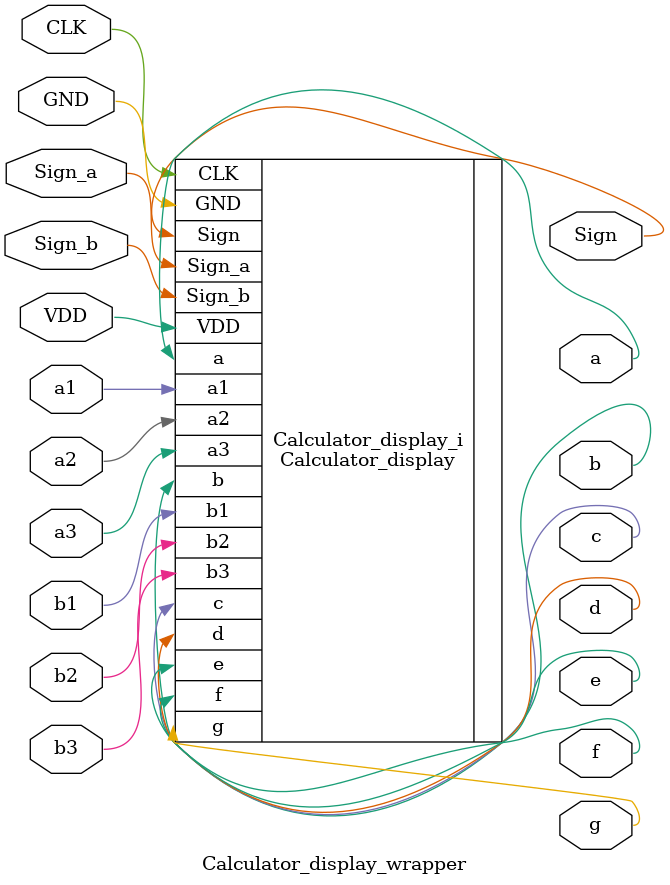
<source format=v>
`timescale 1 ps / 1 ps

module Calculator_display_wrapper
   (CLK,
    GND,
    Sign,
    Sign_a,
    Sign_b,
    VDD,
    a,
    a1,
    a2,
    a3,
    b,
    b1,
    b2,
    b3,
    c,
    d,
    e,
    f,
    g);
  input CLK;
  input GND;
  output Sign;
  input Sign_a;
  input Sign_b;
  input VDD;
  output a;
  input a1;
  input a2;
  input a3;
  output b;
  input b1;
  input b2;
  input b3;
  output c;
  output d;
  output e;
  output f;
  output g;

  wire CLK;
  wire GND;
  wire Sign;
  wire Sign_a;
  wire Sign_b;
  wire VDD;
  wire a;
  wire a1;
  wire a2;
  wire a3;
  wire b;
  wire b1;
  wire b2;
  wire b3;
  wire c;
  wire d;
  wire e;
  wire f;
  wire g;

  Calculator_display Calculator_display_i
       (.CLK(CLK),
        .GND(GND),
        .Sign(Sign),
        .Sign_a(Sign_a),
        .Sign_b(Sign_b),
        .VDD(VDD),
        .a(a),
        .a1(a1),
        .a2(a2),
        .a3(a3),
        .b(b),
        .b1(b1),
        .b2(b2),
        .b3(b3),
        .c(c),
        .d(d),
        .e(e),
        .f(f),
        .g(g));
endmodule

</source>
